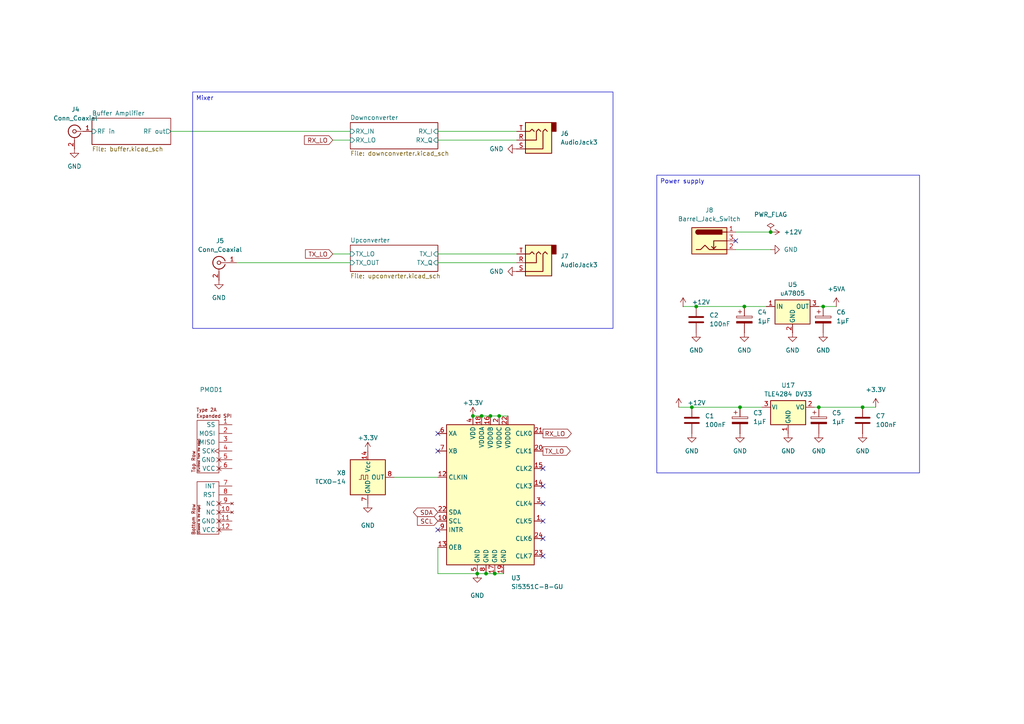
<source format=kicad_sch>
(kicad_sch (version 20231120) (generator "eeschema") (generator_version "8.0")
  (paper "A4")
  (lib_symbols
    (symbol "Connector:Barrel_Jack_Switch" (pin_names hide)
      (property "Reference" "J" (at 0 5.334 0))
      (property "Value" "Barrel_Jack_Switch" (at 0 -5.08 0))
      (symbol "Barrel_Jack_Switch_0_1"
        (rectangle (start -5.08 3.81) (end 5.08 -3.81) (stroke (width 0.254)) (fill (type background)))
        (arc (start -3.302 3.175) (mid -3.9343 2.54) (end -3.302 1.905) (stroke (width 0.254)))
        (arc (start -3.302 3.175) (mid -3.9343 2.54) (end -3.302 1.905) (stroke (width 0.254)) (fill (type outline)))
        (polyline (pts (xy 1.27 -2.286) (xy 1.905 -1.651)) (stroke (width 0.254)))
        (polyline (pts (xy 5.08 2.54) (xy 3.81 2.54)) (stroke (width 0.254)))
        (polyline (pts (xy 5.08 0) (xy 1.27 0) (xy 1.27 -2.286) (xy 0.635 -1.651)) (stroke (width 0.254)))
        (polyline (pts (xy -3.81 -2.54) (xy -2.54 -2.54) (xy -1.27 -1.27) (xy 0 -2.54) (xy 2.54 -2.54) (xy 5.08 -2.54)) (stroke (width 0.254)))
        (rectangle (start 3.683 3.175) (end -3.302 1.905) (stroke (width 0.254)) (fill (type outline)))
      )
      (symbol "Barrel_Jack_Switch_1_1"
        (pin passive line (at 7.62 2.54 180) (length 2.54) (name "~") (number "1"))
        (pin passive line (at 7.62 -2.54 180) (length 2.54) (name "~") (number "2"))
        (pin passive line (at 7.62 0 180) (length 2.54) (name "~") (number "3"))
      )
    )
    (symbol "Connector:Conn_Coaxial" (pin_names (offset 1.016) hide)
      (property "Reference" "J" (at 0.254 3.048 0))
      (property "Value" "Conn_Coaxial" (at 2.921 0 90))
      (symbol "Conn_Coaxial_0_1"
        (arc (start -1.778 -0.508) (mid 0.2311 -1.8066) (end 1.778 0) (stroke (width 0.254)))
        (polyline (pts (xy -2.54 0) (xy -0.508 0)))
        (polyline (pts (xy 0 -2.54) (xy 0 -1.778)))
        (circle (center 0 0) (radius 0.508) (stroke (width 0.2032)))
        (arc (start 1.778 0) (mid 0.2099 1.8101) (end -1.778 0.508) (stroke (width 0.254)))
      )
      (symbol "Conn_Coaxial_1_1"
        (pin passive line (at -5.08 0 0) (length 2.54) (name "In") (number "1"))
        (pin passive line (at 0 -5.08 90) (length 2.54) (name "Ext") (number "2"))
      )
    )
    (symbol "Connector_Audio:AudioJack3"
      (property "Reference" "J" (at 0 8.89 0))
      (property "Value" "AudioJack3" (at 0 6.35 0))
      (symbol "AudioJack3_0_1"
        (rectangle (start -5.08 -5.08) (end -6.35 -2.54) (stroke (width 0.254)) (fill (type outline)))
        (polyline (pts (xy 0 -2.54) (xy 0.635 -3.175) (xy 1.27 -2.54) (xy 2.54 -2.54)) (stroke (width 0.254)))
        (polyline (pts (xy -1.905 -2.54) (xy -1.27 -3.175) (xy -0.635 -2.54) (xy -0.635 0) (xy 2.54 0)) (stroke (width 0.254)))
        (polyline (pts (xy 2.54 2.54) (xy -2.54 2.54) (xy -2.54 -2.54) (xy -3.175 -3.175) (xy -3.81 -2.54)) (stroke (width 0.254)))
        (rectangle (start 2.54 3.81) (end -5.08 -5.08) (stroke (width 0.254)) (fill (type background)))
      )
      (symbol "AudioJack3_1_1"
        (pin passive line (at 5.08 0 180) (length 2.54) (name "~") (number "R"))
        (pin passive line (at 5.08 2.54 180) (length 2.54) (name "~") (number "S"))
        (pin passive line (at 5.08 -2.54 180) (length 2.54) (name "~") (number "T"))
      )
    )
    (symbol "Device:C" (pin_numbers hide) (pin_names (offset 0.254))
      (property "Reference" "C" (at 0.635 2.54 0))
      (property "Value" "C" (at 0.635 -2.54 0))
      (symbol "C_0_1"
        (polyline (pts (xy -2.032 -0.762) (xy 2.032 -0.762)) (stroke (width 0.508)))
        (polyline (pts (xy -2.032 0.762) (xy 2.032 0.762)) (stroke (width 0.508)))
      )
      (symbol "C_1_1"
        (pin passive line (at 0 3.81 270) (length 2.794) (name "~") (number "1"))
        (pin passive line (at 0 -3.81 90) (length 2.794) (name "~") (number "2"))
      )
    )
    (symbol "Device:C_Polarized" (pin_numbers hide) (pin_names (offset 0.254))
      (property "Reference" "C" (at 0.635 2.54 0))
      (property "Value" "C_Polarized" (at 0.635 -2.54 0))
      (symbol "C_Polarized_0_1"
        (rectangle (start -2.286 0.508) (end 2.286 1.016))
        (polyline (pts (xy -1.778 2.286) (xy -0.762 2.286)))
        (polyline (pts (xy -1.27 2.794) (xy -1.27 1.778)))
        (rectangle (start 2.286 -0.508) (end -2.286 -1.016) (fill (type outline)))
      )
      (symbol "C_Polarized_1_1"
        (pin passive line (at 0 3.81 270) (length 2.794) (name "~") (number "1"))
        (pin passive line (at 0 -3.81 90) (length 2.794) (name "~") (number "2"))
      )
    )
    (symbol "Oscillator:TCXO-14" (pin_names (offset 0.254))
      (property "Reference" "X" (at -5.08 6.35 0))
      (property "Value" "TCXO-14" (at 1.27 -6.35 0))
      (symbol "TCXO-14_0_1"
        (rectangle (start -5.08 5.08) (end 5.08 -5.08) (stroke (width 0.254)) (fill (type background)))
        (polyline (pts (xy -2.54 -0.635) (xy -1.905 -0.635) (xy -1.905 0.635) (xy -1.27 0.635) (xy -1.27 -0.635) (xy -0.635 -0.635) (xy -0.635 0.635) (xy 0 0.635) (xy 0 -0.635)))
      )
      (symbol "TCXO-14_1_1"
        (pin no_connect line (at -5.08 2.54 0) (length 2.54) hide (name "NC") (number "1"))
        (pin power_in line (at 0 7.62 270) (length 2.54) (name "Vcc") (number "14"))
        (pin power_in line (at 0 -7.62 90) (length 2.54) (name "GND") (number "7"))
        (pin output line (at 7.62 0 180) (length 2.54) (name "OUT") (number "8"))
      )
    )
    (symbol "Regulator_Linear:AMS1117CD-3.3" (pin_names (offset 0.254))
      (property "Reference" "U" (at -3.81 3.175 0))
      (property "Value" "AMS1117CD-3.3" (at 0 3.175 0))
      (symbol "AMS1117CD-3.3_0_1"
        (rectangle (start -5.08 -5.08) (end 5.08 1.905) (stroke (width 0.254)) (fill (type background)))
      )
      (symbol "AMS1117CD-3.3_1_1"
        (pin power_in line (at 0 -7.62 90) (length 2.54) (name "GND") (number "1"))
        (pin power_out line (at 7.62 0 180) (length 2.54) (name "VO") (number "2"))
        (pin power_in line (at -7.62 0 0) (length 2.54) (name "VI") (number "3"))
      )
    )
    (symbol "Regulator_Linear:uA7805" (pin_names (offset 0.254))
      (property "Reference" "U" (at -3.81 3.175 0))
      (property "Value" "uA7805" (at 0 3.175 0))
      (symbol "uA7805_0_1"
        (rectangle (start -5.08 1.905) (end 5.08 -5.08) (stroke (width 0.254)) (fill (type background)))
      )
      (symbol "uA7805_1_1"
        (pin power_in line (at -7.62 0 0) (length 2.54) (name "IN") (number "1"))
        (pin power_in line (at 0 -7.62 90) (length 2.54) (name "GND") (number "2"))
        (pin power_out line (at 7.62 0 180) (length 2.54) (name "OUT") (number "3"))
      )
    )
    (symbol "pico-sdx:Si5351C-B-GU"
      (property "Reference" "U17" (at -1.6159 -24.13 0))
      (property "Value" "Si5351C-B-GU" (at 2.1941 -26.67 0))
      (symbol "Si5351C-B-GU_1_0"
        (pin power_in line (at 1.27 -22.86 90) (length 2.54) (name "GND") (number "17"))
        (pin power_in line (at 3.81 -22.86 90) (length 2.54) (name "GND") (number "19"))
        (pin power_in line (at -1.27 -22.86 90) (length 2.54) (name "GND") (number "8"))
      )
      (symbol "Si5351C-B-GU_1_1"
        (rectangle (start -12.7 20.32) (end 12.7 -20.32) (stroke (width 0.254)) (fill (type background)))
        (pin output line (at 15.24 -7.62 180) (length 2.54) (name "CLK5") (number "1"))
        (pin input line (at -15.24 -7.62 0) (length 2.54) (name "SCL") (number "10"))
        (pin input line (at -15.24 5.08 0) (length 2.54) (name "CLKIN") (number "12"))
        (pin input line (at -15.24 -15.24 0) (length 2.54) (name "OEB") (number "13"))
        (pin output line (at 15.24 2.54 180) (length 2.54) (name "CLK3") (number "14"))
        (pin output line (at 15.24 7.62 180) (length 2.54) (name "CLK2") (number "15"))
        (pin power_in line (at 0 22.86 270) (length 2.54) (name "VDDOB") (number "16"))
        (pin power_in line (at -2.54 22.86 270) (length 2.54) (name "VDDOA") (number "18"))
        (pin power_in line (at 2.54 22.86 270) (length 2.54) (name "VDDOC") (number "2"))
        (pin output line (at 15.24 12.7 180) (length 2.54) (name "CLK1") (number "20"))
        (pin output line (at 15.24 17.78 180) (length 2.54) (name "CLK0") (number "21"))
        (pin bidirectional line (at -15.24 -5.08 0) (length 2.54) (name "SDA") (number "22"))
        (pin power_in line (at 5.08 22.86 270) (length 2.54) (name "VDDOD") (number "22"))
        (pin output line (at 15.24 -17.78 180) (length 2.54) (name "CLK7") (number "23"))
        (pin output line (at 15.24 -12.7 180) (length 2.54) (name "CLK6") (number "24"))
        (pin output line (at 15.24 -2.54 180) (length 2.54) (name "CLK4") (number "3"))
        (pin power_in line (at -5.08 22.86 270) (length 2.54) (name "VDD") (number "4"))
        (pin power_in line (at -3.81 -22.86 90) (length 2.54) (name "GND") (number "5"))
        (pin input line (at -15.24 17.78 0) (length 2.54) (name "XA") (number "6"))
        (pin input line (at -15.24 12.7 0) (length 2.54) (name "XB") (number "7"))
        (pin output line (at -15.24 -10.16 0) (length 2.54) (name "INTR") (number "9"))
      )
    )
    (symbol "pmod:PMOD-Device-x2-Type-2A-Expanded-SPI" (pin_names (offset 1.016))
      (property "Reference" "PMOD1" (at -2.2021 24.13 0))
      (property "Datasheet" "https://docs.google.com/a/mithis.com/spreadsheets/d/1D-GboyrP57VVpejQzEm0P1WEORo1LAIt92hk1bZGEoo/edit#gid=0" (at -2.2021 21.59 0))
      (symbol "PMOD-Device-x2-Type-2A-Expanded-SPI_0_0"
        (text "(Closest to the edge)" (at -5.842 -13.462 900) (effects (font (size 0.508 0.508))))
        (text "(Furthest from the edge)" (at -5.842 5.08 900) (effects (font (size 0.508 0.508))))
        (text "Bottom Row" (at -7.366 -13.462 900) (effects (font (size 0.9906 0.9906))))
        (text "Expanded SPI" (at -6.604 16.51 0) (effects (font (size 0.9906 0.9906)) (justify left)))
        (text "Top Row" (at -7.366 3.302 900) (effects (font (size 0.9906 0.9906))))
        (text "Type 2A" (at -6.604 18.288 0) (effects (font (size 0.9906 0.9906)) (justify left)))
      )
      (symbol "PMOD-Device-x2-Type-2A-Expanded-SPI_0_1"
        (rectangle (start -6.35 -2.54) (end 0 -17.78))
        (rectangle (start 0 15.24) (end -6.35 0))
      )
      (symbol "PMOD-Device-x2-Type-2A-Expanded-SPI_1_1"
        (pin output line (at 3.81 13.97 180) (length 3.81) (name "SS") (number "1"))
        (pin no_connect non_logic (at 3.81 -11.43 180) (length 3.81) (name "NC") (number "10"))
        (pin power_out non_logic (at 3.81 -13.97 180) (length 3.81) (name "GND") (number "11"))
        (pin power_out non_logic (at 3.81 -16.51 180) (length 3.81) (name "VCC") (number "12"))
        (pin output line (at 3.81 11.43 180) (length 3.81) (name "MOSI") (number "2"))
        (pin input line (at 3.81 8.89 180) (length 3.81) (name "MISO") (number "3"))
        (pin output clock (at 3.81 6.35 180) (length 3.81) (name "SCK") (number "4"))
        (pin power_out non_logic (at 3.81 3.81 180) (length 3.81) (name "GND") (number "5"))
        (pin power_out non_logic (at 3.81 1.27 180) (length 3.81) (name "VCC") (number "6"))
        (pin input line (at 3.81 -3.81 180) (length 3.81) (name "INT") (number "7"))
        (pin output line (at 3.81 -6.35 180) (length 3.81) (name "RST") (number "8"))
        (pin no_connect non_logic (at 3.81 -8.89 180) (length 3.81) (name "NC") (number "9"))
      )
    )
    (symbol "power:+12V" (power) (pin_numbers hide) (pin_names (offset 0) hide)
      (property "Value" "+12V" (at 0 3.556 0))
      (symbol "+12V_0_1"
        (polyline (pts (xy -0.762 1.27) (xy 0 2.54)))
        (polyline (pts (xy 0 0) (xy 0 2.54)))
        (polyline (pts (xy 0 2.54) (xy 0.762 1.27)))
      )
      (symbol "+12V_1_1"
        (pin power_in line (at 0 0 90) (length 0) (name "~") (number "1"))
      )
    )
    (symbol "power:+3.3V" (power) (pin_numbers hide) (pin_names (offset 0) hide)
      (property "Value" "+3.3V" (at 0 3.556 0))
      (symbol "+3.3V_0_1"
        (polyline (pts (xy -0.762 1.27) (xy 0 2.54)))
        (polyline (pts (xy 0 0) (xy 0 2.54)))
        (polyline (pts (xy 0 2.54) (xy 0.762 1.27)))
      )
      (symbol "+3.3V_1_1"
        (pin power_in line (at 0 0 90) (length 0) (name "~") (number "1"))
      )
    )
    (symbol "power:+5VA" (power) (pin_numbers hide) (pin_names (offset 0) hide)
      (property "Value" "+5VA" (at 0 3.556 0))
      (symbol "+5VA_0_1"
        (polyline (pts (xy -0.762 1.27) (xy 0 2.54)))
        (polyline (pts (xy 0 0) (xy 0 2.54)))
        (polyline (pts (xy 0 2.54) (xy 0.762 1.27)))
      )
      (symbol "+5VA_1_1"
        (pin power_in line (at 0 0 90) (length 0) (name "~") (number "1"))
      )
    )
    (symbol "power:GND" (power) (pin_numbers hide) (pin_names (offset 0) hide)
      (property "Value" "GND" (at 0 -3.81 0))
      (symbol "GND_0_1"
        (polyline (pts (xy 0 0) (xy 0 -1.27) (xy 1.27 -1.27) (xy 0 -2.54) (xy -1.27 -1.27) (xy 0 -1.27)))
      )
      (symbol "GND_1_1"
        (pin power_in line (at 0 0 270) (length 0) (name "~") (number "1"))
      )
    )
    (symbol "power:PWR_FLAG" (power) (pin_numbers hide) (pin_names (offset 0) hide)
      (property "Value" "PWR_FLAG" (at 0 3.81 0))
      (symbol "PWR_FLAG_0_0"
        (pin power_out line (at 0 0 90) (length 0) (name "~") (number "1"))
      )
      (symbol "PWR_FLAG_0_1"
        (polyline (pts (xy 0 0) (xy 0 1.27) (xy -1.016 1.905) (xy 0 2.54) (xy 1.016 1.905) (xy 0 1.27)))
      )
    )
  )
  (junction (at 142.24 120.65))
  (junction (at 201.93 88.9))
  (junction (at 138.43 166.37))
  (junction (at 238.76 88.9))
  (junction (at 137.16 120.65))
  (junction (at 250.19 118.11))
  (junction (at 200.66 118.11))
  (junction (at 139.7 120.65))
  (junction (at 237.49 118.11))
  (junction (at 144.78 120.65))
  (junction (at 223.52 67.31))
  (junction (at 143.51 166.37))
  (junction (at 215.9 88.9))
  (junction (at 140.97 166.37))
  (junction (at 214.63 118.11))
  (no_connect (at 127 125.73))
  (no_connect (at 157.48 156.21))
  (no_connect (at 157.48 161.29))
  (no_connect (at 127 153.67))
  (no_connect (at 157.48 146.05))
  (no_connect (at 157.48 140.97))
  (no_connect (at 157.48 135.89))
  (no_connect (at 213.36 69.85))
  (no_connect (at 157.48 151.13))
  (no_connect (at 127 130.81))
  (wire (pts (xy 144.78 120.65) (xy 147.32 120.65)))
  (wire (pts (xy 96.52 40.64) (xy 101.6 40.64)))
  (wire (pts (xy 142.24 120.65) (xy 144.78 120.65)))
  (wire (pts (xy 137.16 120.65) (xy 139.7 120.65)))
  (wire (pts (xy 127 158.75) (xy 127 166.37)))
  (wire (pts (xy 238.76 88.9) (xy 242.57 88.9)))
  (wire (pts (xy 223.52 67.31) (xy 213.36 67.31)))
  (wire (pts (xy 214.63 118.11) (xy 220.98 118.11)))
  (wire (pts (xy 127 73.66) (xy 149.86 73.66)))
  (wire (pts (xy 140.97 166.37) (xy 143.51 166.37)))
  (wire (pts (xy 49.53 38.1) (xy 101.6 38.1)))
  (wire (pts (xy 200.66 118.11) (xy 214.63 118.11)))
  (wire (pts (xy 139.7 120.65) (xy 142.24 120.65)))
  (wire (pts (xy 201.93 88.9) (xy 215.9 88.9)))
  (wire (pts (xy 114.3 138.43) (xy 127 138.43)))
  (wire (pts (xy 143.51 166.37) (xy 146.05 166.37)))
  (wire (pts (xy 96.52 73.66) (xy 101.6 73.66)))
  (wire (pts (xy 198.12 88.9) (xy 201.93 88.9)))
  (wire (pts (xy 196.85 118.11) (xy 200.66 118.11)))
  (wire (pts (xy 127 76.2) (xy 149.86 76.2)))
  (wire (pts (xy 215.9 88.9) (xy 222.25 88.9)))
  (wire (pts (xy 254 118.11) (xy 250.19 118.11)))
  (wire (pts (xy 237.49 118.11) (xy 236.22 118.11)))
  (wire (pts (xy 138.43 166.37) (xy 140.97 166.37)))
  (wire (pts (xy 127 166.37) (xy 138.43 166.37)))
  (wire (pts (xy 127 38.1) (xy 149.86 38.1)))
  (wire (pts (xy 237.49 118.11) (xy 250.19 118.11)))
  (wire (pts (xy 238.76 88.9) (xy 237.49 88.9)))
  (wire (pts (xy 68.58 76.2) (xy 101.6 76.2)))
  (wire (pts (xy 223.52 72.39) (xy 213.36 72.39)))
  (wire (pts (xy 127 40.64) (xy 149.86 40.64)))
  (text_box "Mixer" (at 55.88 26.67 0) (size 121.92 68.58) (effects (font (size 1.27 1.27)) (justify left top)))
  (text_box "Power supply" (at 190.5 50.8 0) (size 76.2 86.36) (effects (font (size 1.27 1.27)) (justify left top)))
  (text_box "Wunschzettel\n============\n\n- Powerknopf\n- Modulaufsatz für:\n    - Filterumschalter\n    - PA\n    - ADC/DAC\n    - Akkupack\n    - Lautsprecher?\n- Nutzerinterface\n    - Display\n    - Rotary Encoder\n    - Mic / PTT\n- Wechselbarer Microcontroller? Welche?\n\nFragen\n======\n\n- Hat das Pico einen Spannungswandler von 5 V auf 3.3 V?\n- Welche Eingangsspannungen vertragen die 7805? Sollte ich andere nehmen?\n- Welche Anschlüsse kommen wo hin?" (at 135.89 -68.58 0) (size 81.28 49.53) (effects (font (size 1.27 1.27)) (justify left top)))
  (global_label "SCL" (shape input) (at 127 151.13 180) (property "Intersheetrefs" "${INTERSHEET_REFS}" (effects (hide yes))))
  (global_label "TX_LO" (shape input) (at 96.52 73.66 180) (property "Intersheetrefs" "${INTERSHEET_REFS}" (effects (hide yes))))
  (global_label "SDA" (shape bidirectional) (at 127 148.59 180) (property "Intersheetrefs" "${INTERSHEET_REFS}" (effects (hide yes))))
  (global_label "RX_LO" (shape output) (at 157.48 125.73 0) (property "Intersheetrefs" "${INTERSHEET_REFS}" (effects (hide yes))))
  (global_label "TX_LO" (shape output) (at 157.48 130.81 0) (property "Intersheetrefs" "${INTERSHEET_REFS}" (effects (hide yes))))
  (global_label "RX_LO" (shape input) (at 96.52 40.64 180) (property "Intersheetrefs" "${INTERSHEET_REFS}" (effects (hide yes))))
  (symbol (lib_id "power:GND") (at 228.6 125.73 0) (unit 1)
    (property "Reference" "#PWR024" (effects (hide yes)))
    (property "Value" "GND" (at 228.6 130.81 0))
    (property "Description" "Power symbol creates a global label with name \"GND\" , ground" (effects (hide yes)))
  )
  (symbol (lib_id "power:+3.3V") (at 254 118.11 0) (unit 1)
    (property "Reference" "#PWR030" (effects (hide yes)))
    (property "Value" "+3.3V" (at 254 113.03 0))
    (property "Description" "Power symbol creates a global label with name \"+3.3V\"" (effects (hide yes)))
  )
  (symbol (lib_id "power:GND") (at 237.49 125.73 0) (unit 1)
    (property "Reference" "#PWR026" (effects (hide yes)))
    (property "Value" "GND" (at 237.49 130.81 0))
    (property "Description" "Power symbol creates a global label with name \"GND\" , ground" (effects (hide yes)))
  )
  (symbol (lib_id "power:GND") (at 214.63 125.73 0) (unit 1)
    (property "Reference" "#PWR020" (effects (hide yes)))
    (property "Value" "GND" (at 214.63 130.81 0))
    (property "Description" "Power symbol creates a global label with name \"GND\" , ground" (effects (hide yes)))
  )
  (symbol (lib_id "Regulator_Linear:AMS1117CD-3.3") (at 228.6 118.11 0) (unit 1)
    (property "Reference" "U17" (at 228.6 111.76 0))
    (property "Value" "TLE4284 DV33" (at 228.6 114.3 0))
    (property "Footprint" "Package_TO_SOT_SMD:TO-252-3_TabPin2" (effects (hide yes)))
    (property "Datasheet" "http://www.advanced-monolithic.com/pdf/ds1117.pdf" (effects (hide yes)))
    (property "Description" "1A Low Dropout regulator, positive, 3.3V fixed output, TO-252" (effects (hide yes)))
  )
  (symbol (lib_id "power:+12V") (at 196.85 118.11 0) (unit 1)
    (property "Reference" "#PWR016" (effects (hide yes)))
    (property "Value" "+12V" (at 199.39 116.84 0) (effects (justify left)))
    (property "Description" "Power symbol creates a global label with name \"+12V\"" (effects (hide yes)))
  )
  (symbol (lib_id "Device:C_Polarized") (at 214.63 121.92 0) (unit 1)
    (property "Reference" "C3" (at 218.44 119.761 0) (effects (justify left)))
    (property "Value" "1µF" (at 218.44 122.301 0) (effects (justify left)))
    (property "Footprint" "Capacitor_Tantalum_SMD:CP_EIA-3216-18_Kemet-A" (effects (hide yes)))
    (property "Description" "Polarized capacitor" (effects (hide yes)))
  )
  (symbol (lib_id "power:+3.3V") (at 106.68 130.81 0) (unit 1)
    (property "Reference" "#PWR02" (effects (hide yes)))
    (property "Value" "+3.3V" (at 106.68 127 0))
    (property "Description" "Power symbol creates a global label with name \"+3.3V\"" (effects (hide yes)))
  )
  (symbol (lib_id "Device:C_Polarized") (at 215.9 92.71 0) (unit 1)
    (property "Reference" "C4" (at 219.71 90.551 0) (effects (justify left)))
    (property "Value" "1µF" (at 219.71 93.091 0) (effects (justify left)))
    (property "Footprint" "Capacitor_Tantalum_SMD:CP_EIA-3216-18_Kemet-A" (effects (hide yes)))
    (property "Description" "Polarized capacitor" (effects (hide yes)))
  )
  (symbol (lib_id "Device:C") (at 200.66 121.92 0) (unit 1)
    (property "Reference" "C1" (at 204.47 120.65 0) (effects (justify left)))
    (property "Value" "100nF" (at 204.47 123.19 0) (effects (justify left)))
    (property "Footprint" "Capacitor_SMD:C_0603_1608Metric" (effects (hide yes)))
    (property "Description" "Unpolarized capacitor" (effects (hide yes)))
  )
  (symbol (lib_id "pico-sdx:Si5351C-B-GU") (at 142.24 143.51 0) (unit 1)
    (property "Reference" "U3" (at 148.2441 167.64 0) (effects (justify left)))
    (property "Value" "Si5351C-B-GU" (at 148.2441 170.18 0) (effects (justify left)))
    (property "Footprint" "Package_SO:QSOP-24_3.9x8.7mm_P0.635mm" (effects (hide yes)))
    (property "Datasheet" "https://www.silabs.com/documents/public/data-sheets/Si5351-B.pdf" (effects (hide yes)))
    (property "Description" "I2C Programmable Any-Frequency CMOS Clock Generator, QSOP-24" (effects (hide yes)))
  )
  (symbol (lib_id "power:+12V") (at 198.12 88.9 0) (unit 1)
    (property "Reference" "#PWR017" (effects (hide yes)))
    (property "Value" "+12V" (at 200.66 87.63 0) (effects (justify left)))
    (property "Description" "Power symbol creates a global label with name \"+12V\"" (effects (hide yes)))
  )
  (symbol (lib_id "power:GND") (at 149.86 43.18 270) (unit 1)
    (property "Reference" "#PWR014" (effects (hide yes)))
    (property "Value" "GND" (at 146.05 43.18 90) (effects (justify right)))
    (property "Description" "Power symbol creates a global label with name \"GND\" , ground" (effects (hide yes)))
  )
  (symbol (lib_id "Regulator_Linear:uA7805") (at 229.87 88.9 0) (unit 1)
    (property "Reference" "U5" (at 229.87 82.55 0))
    (property "Value" "uA7805" (at 229.87 85.09 0))
    (property "Footprint" "Package_TO_SOT_THT:TO-220-3_Vertical" (effects (hide yes)))
    (property "Datasheet" "http://www.ti.com/lit/ds/symlink/ua78.pdf" (effects (hide yes)))
    (property "Description" "Positive 1A 35V Linear Regulator, Fixed Output 5V, TO-220/TO-263" (effects (hide yes)))
  )
  (symbol (lib_id "Device:C") (at 250.19 121.92 0) (unit 1)
    (property "Reference" "C7" (at 254 120.65 0) (effects (justify left)))
    (property "Value" "100nF" (at 254 123.19 0) (effects (justify left)))
    (property "Footprint" "Capacitor_SMD:C_0603_1608Metric" (effects (hide yes)))
    (property "Description" "Unpolarized capacitor" (effects (hide yes)))
  )
  (symbol (lib_id "power:GND") (at 201.93 96.52 0) (unit 1)
    (property "Reference" "#PWR019" (effects (hide yes)))
    (property "Value" "GND" (at 201.93 101.6 0))
    (property "Description" "Power symbol creates a global label with name \"GND\" , ground" (effects (hide yes)))
  )
  (symbol (lib_id "Connector:Conn_Coaxial") (at 63.5 76.2 0) (mirror y) (unit 1)
    (property "Reference" "J5" (at 63.8174 69.85 0))
    (property "Value" "Conn_Coaxial" (at 63.8174 72.39 0))
    (property "Footprint" "Connector_Coaxial:SMA_Amphenol_132291_Vertical" (effects (hide yes)))
    (property "Datasheet" " ~" (effects (hide yes)))
    (property "Description" "coaxial connector (BNC, SMA, SMB, SMC, Cinch/RCA, LEMO, ...)" (effects (hide yes)))
  )
  (symbol (lib_id "power:GND") (at 138.43 166.37 0) (unit 1)
    (property "Reference" "#PWR086" (effects (hide yes)))
    (property "Value" "GND" (at 138.43 172.72 0))
    (property "Description" "Power symbol creates a global label with name \"GND\" , ground" (effects (hide yes)))
  )
  (symbol (lib_id "power:+12V") (at 223.52 67.31 270) (unit 1)
    (property "Reference" "#PWR022" (effects (hide yes)))
    (property "Value" "+12V" (at 227.33 67.31 90) (effects (justify left)))
    (property "Description" "Power symbol creates a global label with name \"+12V\"" (effects (hide yes)))
  )
  (symbol (lib_id "power:GND") (at 238.76 96.52 0) (unit 1)
    (property "Reference" "#PWR027" (effects (hide yes)))
    (property "Value" "GND" (at 238.76 101.6 0))
    (property "Description" "Power symbol creates a global label with name \"GND\" , ground" (effects (hide yes)))
  )
  (symbol (lib_id "Device:C_Polarized") (at 237.49 121.92 0) (unit 1)
    (property "Reference" "C5" (at 241.3 119.761 0) (effects (justify left)))
    (property "Value" "1µF" (at 241.3 122.301 0) (effects (justify left)))
    (property "Footprint" "Capacitor_Tantalum_SMD:CP_EIA-3216-18_Kemet-A" (effects (hide yes)))
    (property "Description" "Polarized capacitor" (effects (hide yes)))
  )
  (symbol (lib_id "power:GND") (at 229.87 96.52 0) (unit 1)
    (property "Reference" "#PWR025" (effects (hide yes)))
    (property "Value" "GND" (at 229.87 101.6 0))
    (property "Description" "Power symbol creates a global label with name \"GND\" , ground" (effects (hide yes)))
  )
  (symbol (lib_id "power:+3.3V") (at 137.16 120.65 0) (unit 1)
    (property "Reference" "#PWR087" (effects (hide yes)))
    (property "Value" "+3.3V" (at 137.16 116.84 0))
    (property "Description" "Power symbol creates a global label with name \"+3.3V\"" (effects (hide yes)))
  )
  (symbol (lib_id "power:GND") (at 215.9 96.52 0) (unit 1)
    (property "Reference" "#PWR021" (effects (hide yes)))
    (property "Value" "GND" (at 215.9 101.6 0))
    (property "Description" "Power symbol creates a global label with name \"GND\" , ground" (effects (hide yes)))
  )
  (symbol (lib_id "power:GND") (at 223.52 72.39 90) (unit 1)
    (property "Reference" "#PWR023" (effects (hide yes)))
    (property "Value" "GND" (at 227.33 72.39 90) (effects (justify right)))
    (property "Description" "Power symbol creates a global label with name \"GND\" , ground" (effects (hide yes)))
  )
  (symbol (lib_id "Device:C") (at 201.93 92.71 0) (unit 1)
    (property "Reference" "C2" (at 205.74 91.44 0) (effects (justify left)))
    (property "Value" "100nF" (at 205.74 93.98 0) (effects (justify left)))
    (property "Footprint" "Capacitor_SMD:C_0603_1608Metric" (effects (hide yes)))
    (property "Description" "Unpolarized capacitor" (effects (hide yes)))
  )
  (symbol (lib_id "Connector:Barrel_Jack_Switch") (at 205.74 69.85 0) (unit 1)
    (property "Reference" "J8" (at 205.74 60.96 0))
    (property "Value" "Barrel_Jack_Switch" (at 205.74 63.5 0))
    (property "Footprint" "Connector_BarrelJack:BarrelJack_Wuerth_6941xx301002" (effects (hide yes)))
    (property "Description" "DC Barrel Jack with an internal switch" (effects (hide yes)))
  )
  (symbol (lib_id "power:+5VA") (at 242.57 88.9 0) (unit 1)
    (property "Reference" "#PWR028" (effects (hide yes)))
    (property "Value" "+5VA" (at 242.57 83.82 0))
    (property "Description" "Power symbol creates a global label with name \"+5VA\"" (effects (hide yes)))
  )
  (symbol (lib_id "power:GND") (at 149.86 78.74 270) (unit 1)
    (property "Reference" "#PWR015" (effects (hide yes)))
    (property "Value" "GND" (at 146.05 78.74 90) (effects (justify right)))
    (property "Description" "Power symbol creates a global label with name \"GND\" , ground" (effects (hide yes)))
  )
  (symbol (lib_id "power:GND") (at 63.5 81.28 0) (unit 1)
    (property "Reference" "#PWR09" (effects (hide yes)))
    (property "Value" "GND" (at 63.5 86.36 0))
    (property "Description" "Power symbol creates a global label with name \"GND\" , ground" (effects (hide yes)))
  )
  (symbol (lib_id "Device:C_Polarized") (at 238.76 92.71 0) (unit 1)
    (property "Reference" "C6" (at 242.57 90.551 0) (effects (justify left)))
    (property "Value" "1µF" (at 242.57 93.091 0) (effects (justify left)))
    (property "Footprint" "Capacitor_Tantalum_SMD:CP_EIA-3216-18_Kemet-A" (effects (hide yes)))
    (property "Description" "Polarized capacitor" (effects (hide yes)))
  )
  (symbol (lib_id "Connector_Audio:AudioJack3") (at 154.94 40.64 180) (unit 1)
    (property "Reference" "J6" (at 162.56 38.735 0) (effects (justify right)))
    (property "Value" "AudioJack3" (at 162.56 41.275 0) (effects (justify right)))
    (property "Footprint" "Connector_Audio:Jack_3.5mm_CUI_SJ1-3533NG_Horizontal" (effects (hide yes)))
    (property "Description" "Audio Jack, 3 Poles (Stereo / TRS)" (effects (hide yes)))
  )
  (symbol (lib_id "power:GND") (at 106.68 146.05 0) (unit 1)
    (property "Reference" "#PWR088" (effects (hide yes)))
    (property "Value" "GND" (at 106.68 152.4 0))
    (property "Description" "Power symbol creates a global label with name \"GND\" , ground" (effects (hide yes)))
  )
  (symbol (lib_id "Oscillator:TCXO-14") (at 106.68 138.43 0) (unit 1)
    (property "Reference" "X8" (at 100.33 137.1599 0) (effects (justify right)))
    (property "Value" "TCXO-14" (at 100.33 139.6999 0) (effects (justify right)))
    (property "Footprint" "Oscillator:Oscillator_DIP-14" (effects (hide yes)))
    (property "Datasheet" "http://www.golledge.com/pdf/products/tcxos/gtxos14.pdf" (effects (hide yes)))
    (property "Description" "Temperature Compensated Crystal Clock Oscillator, DIP14-style metal package" (effects (hide yes)))
  )
  (symbol (lib_id "power:GND") (at 250.19 125.73 0) (unit 1)
    (property "Reference" "#PWR029" (effects (hide yes)))
    (property "Value" "GND" (at 250.19 130.81 0))
    (property "Description" "Power symbol creates a global label with name \"GND\" , ground" (effects (hide yes)))
  )
  (symbol (lib_id "power:GND") (at 21.59 43.18 0) (unit 1)
    (property "Reference" "#PWR01" (effects (hide yes)))
    (property "Value" "GND" (at 21.59 48.26 0))
    (property "Description" "Power symbol creates a global label with name \"GND\" , ground" (effects (hide yes)))
  )
  (symbol (lib_id "pmod:PMOD-Device-x2-Type-2A-Expanded-SPI") (at 63.5 137.16 0) (unit 1)
    (property "Reference" "PMOD1" (at 61.2979 113.03 0))
    (property "Value" "PMOD-Device-x2-Type-2A-Expanded-SPI" (effects (hide yes)))
    (property "Footprint" "pmod-conn_6x2:pmod_pin_array_6x2" (effects (hide yes)))
    (property "Datasheet" "https://docs.google.com/a/mithis.com/spreadsheets/d/1D-GboyrP57VVpejQzEm0P1WEORo1LAIt92hk1bZGEoo/edit#gid=0" (effects (hide yes)))
    (property "Description" "PMOD Device Type 1A (Expanded SPI)" (effects (hide yes)))
  )
  (symbol (lib_id "power:PWR_FLAG") (at 223.52 67.31 0) (unit 1)
    (property "Reference" "#FLG01" (effects (hide yes)))
    (property "Value" "PWR_FLAG" (at 223.52 62.23 0))
    (property "Description" "Special symbol for telling ERC where power comes from" (effects (hide yes)))
  )
  (symbol (lib_id "Connector:Conn_Coaxial") (at 21.59 38.1 0) (mirror y) (unit 1)
    (property "Reference" "J4" (at 21.9074 31.75 0))
    (property "Value" "Conn_Coaxial" (at 21.9074 34.29 0))
    (property "Footprint" "Connector_Coaxial:SMA_Amphenol_132291_Vertical" (effects (hide yes)))
    (property "Datasheet" " ~" (effects (hide yes)))
    (property "Description" "coaxial connector (BNC, SMA, SMB, SMC, Cinch/RCA, LEMO, ...)" (effects (hide yes)))
  )
  (symbol (lib_id "power:GND") (at 200.66 125.73 0) (unit 1)
    (property "Reference" "#PWR018" (effects (hide yes)))
    (property "Value" "GND" (at 200.66 130.81 0))
    (property "Description" "Power symbol creates a global label with name \"GND\" , ground" (effects (hide yes)))
  )
  (symbol (lib_id "Connector_Audio:AudioJack3") (at 154.94 76.2 180) (unit 1)
    (property "Reference" "J7" (at 162.56 74.295 0) (effects (justify right)))
    (property "Value" "AudioJack3" (at 162.56 76.835 0) (effects (justify right)))
    (property "Footprint" "Connector_Audio:Jack_3.5mm_CUI_SJ1-3533NG_Horizontal" (effects (hide yes)))
    (property "Description" "Audio Jack, 3 Poles (Stereo / TRS)" (effects (hide yes)))
  )
  (sheet (at 101.6 71.12) (size 25.4 7.62) (stroke (width 0.1524))
    (property "Sheetname" "Upconverter" (at 101.6 70.4084 0) (effects (justify left bottom)))
    (property "Sheetfile" "upconverter.kicad_sch" (at 101.6 79.3246 0) (effects (justify left top)))
    (pin "TX_I" input (at 127 73.66 0))
    (pin "TX_Q" input (at 127 76.2 0))
    (pin "TX_LO" input (at 101.6 73.66 180))
    (pin "TX_OUT" input (at 101.6 76.2 180))
  )
  (sheet (at 26.67 34.29) (size 22.86 7.62) (stroke (width 0.1524))
    (property "Sheetname" "Buffer Amplifier" (at 26.67 33.5784 0) (effects (justify left bottom)))
    (property "Sheetfile" "buffer.kicad_sch" (at 26.67 42.4946 0) (effects (justify left top)))
    (pin "RF in" input (at 26.67 38.1 180))
    (pin "RF out" output (at 49.53 38.1 0))
  )
  (sheet (at 101.6 35.56) (size 25.4 7.62) (stroke (width 0.1524))
    (property "Sheetname" "Downconverter" (at 101.6 34.8484 0) (effects (justify left bottom)))
    (property "Sheetfile" "downconverter.kicad_sch" (at 101.6 43.7646 0) (effects (justify left top)))
    (pin "RX_Q" input (at 127 40.64 0))
    (pin "RX_LO" input (at 101.6 40.64 180))
    (pin "RX_I" input (at 127 38.1 0))
    (pin "RX_IN" input (at 101.6 38.1 180))
  )
)
</source>
